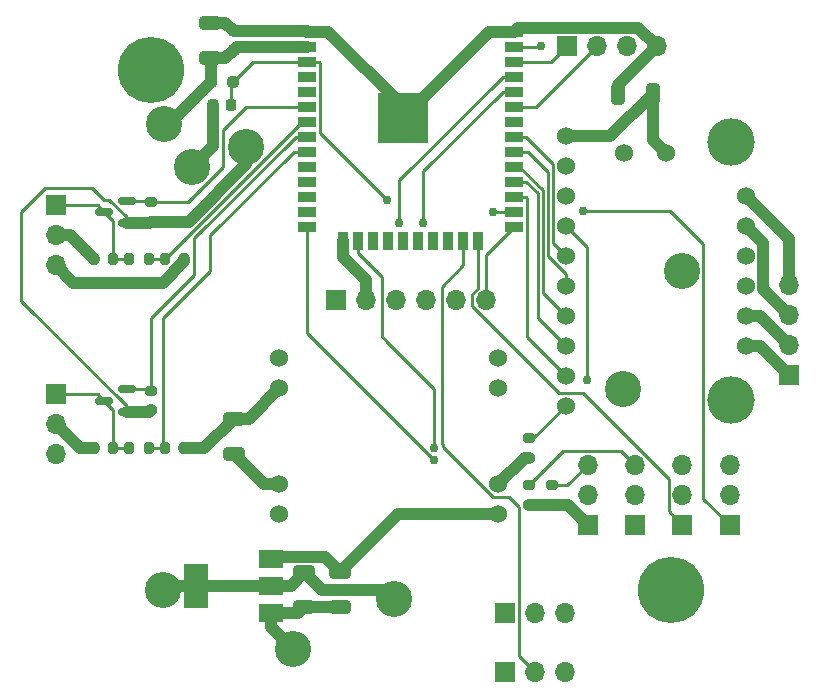
<source format=gtl>
G04 #@! TF.GenerationSoftware,KiCad,Pcbnew,6.0.9-8da3e8f707~117~ubuntu22.04.1*
G04 #@! TF.CreationDate,2022-12-16T18:05:51+00:00*
G04 #@! TF.ProjectId,gauge_servo,67617567-655f-4736-9572-766f2e6b6963,rev?*
G04 #@! TF.SameCoordinates,Original*
G04 #@! TF.FileFunction,Copper,L1,Top*
G04 #@! TF.FilePolarity,Positive*
%FSLAX46Y46*%
G04 Gerber Fmt 4.6, Leading zero omitted, Abs format (unit mm)*
G04 Created by KiCad (PCBNEW 6.0.9-8da3e8f707~117~ubuntu22.04.1) date 2022-12-16 18:05:51*
%MOMM*%
%LPD*%
G01*
G04 APERTURE LIST*
G04 Aperture macros list*
%AMRoundRect*
0 Rectangle with rounded corners*
0 $1 Rounding radius*
0 $2 $3 $4 $5 $6 $7 $8 $9 X,Y pos of 4 corners*
0 Add a 4 corners polygon primitive as box body*
4,1,4,$2,$3,$4,$5,$6,$7,$8,$9,$2,$3,0*
0 Add four circle primitives for the rounded corners*
1,1,$1+$1,$2,$3*
1,1,$1+$1,$4,$5*
1,1,$1+$1,$6,$7*
1,1,$1+$1,$8,$9*
0 Add four rect primitives between the rounded corners*
20,1,$1+$1,$2,$3,$4,$5,0*
20,1,$1+$1,$4,$5,$6,$7,0*
20,1,$1+$1,$6,$7,$8,$9,0*
20,1,$1+$1,$8,$9,$2,$3,0*%
G04 Aperture macros list end*
G04 #@! TA.AperFunction,SMDPad,CuDef*
%ADD10RoundRect,0.150000X0.587500X0.150000X-0.587500X0.150000X-0.587500X-0.150000X0.587500X-0.150000X0*%
G04 #@! TD*
G04 #@! TA.AperFunction,ComponentPad*
%ADD11R,1.700000X1.700000*%
G04 #@! TD*
G04 #@! TA.AperFunction,ComponentPad*
%ADD12O,1.700000X1.700000*%
G04 #@! TD*
G04 #@! TA.AperFunction,SMDPad,CuDef*
%ADD13R,2.000000X1.500000*%
G04 #@! TD*
G04 #@! TA.AperFunction,SMDPad,CuDef*
%ADD14R,2.000000X3.800000*%
G04 #@! TD*
G04 #@! TA.AperFunction,SMDPad,CuDef*
%ADD15RoundRect,0.250000X-0.650000X0.325000X-0.650000X-0.325000X0.650000X-0.325000X0.650000X0.325000X0*%
G04 #@! TD*
G04 #@! TA.AperFunction,ComponentPad*
%ADD16C,1.524000*%
G04 #@! TD*
G04 #@! TA.AperFunction,SMDPad,CuDef*
%ADD17RoundRect,0.200000X0.275000X-0.200000X0.275000X0.200000X-0.275000X0.200000X-0.275000X-0.200000X0*%
G04 #@! TD*
G04 #@! TA.AperFunction,SMDPad,CuDef*
%ADD18RoundRect,0.237500X0.250000X0.237500X-0.250000X0.237500X-0.250000X-0.237500X0.250000X-0.237500X0*%
G04 #@! TD*
G04 #@! TA.AperFunction,ComponentPad*
%ADD19C,5.600000*%
G04 #@! TD*
G04 #@! TA.AperFunction,SMDPad,CuDef*
%ADD20RoundRect,0.250000X0.650000X-0.325000X0.650000X0.325000X-0.650000X0.325000X-0.650000X-0.325000X0*%
G04 #@! TD*
G04 #@! TA.AperFunction,SMDPad,CuDef*
%ADD21RoundRect,0.200000X-0.200000X-0.275000X0.200000X-0.275000X0.200000X0.275000X-0.200000X0.275000X0*%
G04 #@! TD*
G04 #@! TA.AperFunction,SMDPad,CuDef*
%ADD22R,1.500000X0.900000*%
G04 #@! TD*
G04 #@! TA.AperFunction,SMDPad,CuDef*
%ADD23R,0.900000X1.500000*%
G04 #@! TD*
G04 #@! TA.AperFunction,ComponentPad*
%ADD24C,0.475000*%
G04 #@! TD*
G04 #@! TA.AperFunction,SMDPad,CuDef*
%ADD25R,1.050000X1.050000*%
G04 #@! TD*
G04 #@! TA.AperFunction,SMDPad,CuDef*
%ADD26R,4.200000X4.200000*%
G04 #@! TD*
G04 #@! TA.AperFunction,SMDPad,CuDef*
%ADD27RoundRect,0.250000X0.325000X0.650000X-0.325000X0.650000X-0.325000X-0.650000X0.325000X-0.650000X0*%
G04 #@! TD*
G04 #@! TA.AperFunction,SMDPad,CuDef*
%ADD28RoundRect,0.225000X0.250000X-0.225000X0.250000X0.225000X-0.250000X0.225000X-0.250000X-0.225000X0*%
G04 #@! TD*
G04 #@! TA.AperFunction,ComponentPad*
%ADD29C,4.000000*%
G04 #@! TD*
G04 #@! TA.AperFunction,SMDPad,CuDef*
%ADD30RoundRect,0.225000X0.225000X0.250000X-0.225000X0.250000X-0.225000X-0.250000X0.225000X-0.250000X0*%
G04 #@! TD*
G04 #@! TA.AperFunction,ViaPad*
%ADD31C,3.048000*%
G04 #@! TD*
G04 #@! TA.AperFunction,ViaPad*
%ADD32C,0.762000*%
G04 #@! TD*
G04 #@! TA.AperFunction,Conductor*
%ADD33C,1.016000*%
G04 #@! TD*
G04 #@! TA.AperFunction,Conductor*
%ADD34C,0.254000*%
G04 #@! TD*
G04 #@! TA.AperFunction,Conductor*
%ADD35C,0.231140*%
G04 #@! TD*
G04 APERTURE END LIST*
D10*
G04 #@! TO.P,Q1,1,G*
G04 #@! TO.N,+3V3*
X125937500Y-90965000D03*
G04 #@! TO.P,Q1,2,S*
G04 #@! TO.N,LOGIC_IN_1*
X125937500Y-89065000D03*
G04 #@! TO.P,Q1,3,D*
G04 #@! TO.N,Net-(J6-Pad1)*
X124062500Y-90015000D03*
G04 #@! TD*
D11*
G04 #@! TO.P,J3,1,Pin_1*
G04 #@! TO.N,SERVO_2*
X177000000Y-116525000D03*
D12*
G04 #@! TO.P,J3,2,Pin_2*
G04 #@! TO.N,+5V*
X177000000Y-113985000D03*
G04 #@! TO.P,J3,3,Pin_3*
G04 #@! TO.N,GND*
X177000000Y-111445000D03*
G04 #@! TD*
D13*
G04 #@! TO.P,U2,1,GND*
G04 #@! TO.N,GND*
X138150000Y-124000000D03*
D14*
G04 #@! TO.P,U2,2,VO*
G04 #@! TO.N,+3V3*
X131850000Y-121700000D03*
D13*
X138150000Y-121700000D03*
G04 #@! TO.P,U2,3,VI*
G04 #@! TO.N,+5V*
X138150000Y-119400000D03*
G04 #@! TD*
D15*
G04 #@! TO.P,C2,1*
G04 #@! TO.N,+5V*
X144000000Y-120525000D03*
G04 #@! TO.P,C2,2*
G04 #@! TO.N,GND*
X144000000Y-123475000D03*
G04 #@! TD*
D11*
G04 #@! TO.P,J7,1,Pin_1*
G04 #@! TO.N,GND*
X158000000Y-129000000D03*
D12*
G04 #@! TO.P,J7,2,Pin_2*
G04 #@! TO.N,NPX2*
X160540000Y-129000000D03*
G04 #@! TO.P,J7,3,Pin_3*
G04 #@! TO.N,+5V*
X163080000Y-129000000D03*
G04 #@! TD*
D11*
G04 #@! TO.P,J4,1,Pin_1*
G04 #@! TO.N,SCL*
X163200000Y-76000000D03*
D12*
G04 #@! TO.P,J4,2,Pin_2*
G04 #@! TO.N,SDA*
X165740000Y-76000000D03*
G04 #@! TO.P,J4,3,Pin_3*
G04 #@! TO.N,+3V3*
X168280000Y-76000000D03*
G04 #@! TO.P,J4,4,Pin_4*
G04 #@! TO.N,GND*
X170820000Y-76000000D03*
G04 #@! TD*
D15*
G04 #@! TO.P,C3,1*
G04 #@! TO.N,+3V3*
X141000000Y-120525000D03*
G04 #@! TO.P,C3,2*
G04 #@! TO.N,GND*
X141000000Y-123475000D03*
G04 #@! TD*
D16*
G04 #@! TO.P,U1,1,IN+*
G04 #@! TO.N,+12V*
X138856000Y-115604000D03*
X138856000Y-113064000D03*
G04 #@! TO.P,U1,2,IN-*
G04 #@! TO.N,GND*
X138856000Y-104936000D03*
X138856000Y-102396000D03*
G04 #@! TO.P,U1,3,OUT+*
G04 #@! TO.N,+5V*
X157398000Y-115604000D03*
X157398000Y-113064000D03*
G04 #@! TO.P,U1,4,OUT-*
G04 #@! TO.N,GND*
X157398000Y-104936000D03*
X157398000Y-102396000D03*
G04 #@! TD*
D17*
G04 #@! TO.P,R3,1*
G04 #@! TO.N,+3V3*
X128000000Y-90840000D03*
G04 #@! TO.P,R3,2*
G04 #@! TO.N,LOGIC_IN_1*
X128000000Y-89190000D03*
G04 #@! TD*
G04 #@! TO.P,R12,1*
G04 #@! TO.N,+5V*
X160000000Y-114825000D03*
G04 #@! TO.P,R12,2*
G04 #@! TO.N,LIMIT_2*
X160000000Y-113175000D03*
G04 #@! TD*
D11*
G04 #@! TO.P,J8,1,Pin_1*
G04 #@! TO.N,Net-(J8-Pad1)*
X120000000Y-105475000D03*
D12*
G04 #@! TO.P,J8,2,Pin_2*
G04 #@! TO.N,+12V*
X120000000Y-108015000D03*
G04 #@! TO.P,J8,3,Pin_3*
G04 #@! TO.N,GND*
X120000000Y-110555000D03*
G04 #@! TD*
D11*
G04 #@! TO.P,J12,1,Pin_1*
G04 #@! TO.N,GND*
X158000000Y-124000000D03*
D12*
G04 #@! TO.P,J12,2,Pin_2*
G04 #@! TO.N,Net-(D2-Pad2)*
X160540000Y-124000000D03*
G04 #@! TO.P,J12,3,Pin_3*
G04 #@! TO.N,+5V*
X163080000Y-124000000D03*
G04 #@! TD*
D18*
G04 #@! TO.P,R10,1*
G04 #@! TO.N,RESET*
X134912500Y-79000000D03*
G04 #@! TO.P,R10,2*
G04 #@! TO.N,+3V3*
X133087500Y-79000000D03*
G04 #@! TD*
D19*
G04 #@! TO.P,REF\u002A\u002A,1*
G04 #@! TO.N,N/C*
X172000000Y-122000000D03*
G04 #@! TD*
D11*
G04 #@! TO.P,J1,1,Pin_1*
G04 #@! TO.N,SERVO_1*
X173000000Y-116525000D03*
D12*
G04 #@! TO.P,J1,2,Pin_2*
G04 #@! TO.N,+5V*
X173000000Y-113985000D03*
G04 #@! TO.P,J1,3,Pin_3*
G04 #@! TO.N,GND*
X173000000Y-111445000D03*
G04 #@! TD*
D11*
G04 #@! TO.P,J9,1,Pin_1*
G04 #@! TO.N,+3V3*
X143650000Y-97500000D03*
D12*
G04 #@! TO.P,J9,2,Pin_2*
G04 #@! TO.N,GND*
X146190000Y-97500000D03*
G04 #@! TO.P,J9,3,Pin_3*
G04 #@! TO.N,TXDO_PROG*
X148730000Y-97500000D03*
G04 #@! TO.P,J9,4,Pin_4*
G04 #@! TO.N,RXDI_PROG*
X151270000Y-97500000D03*
G04 #@! TO.P,J9,5,Pin_5*
G04 #@! TO.N,RESET*
X153810000Y-97500000D03*
G04 #@! TO.P,J9,6,Pin_6*
G04 #@! TO.N,BOOT*
X156350000Y-97500000D03*
G04 #@! TD*
D17*
G04 #@! TO.P,R11,1*
G04 #@! TO.N,+5V*
X162000000Y-114825000D03*
G04 #@! TO.P,R11,2*
G04 #@! TO.N,LIMIT_1*
X162000000Y-113175000D03*
G04 #@! TD*
D19*
G04 #@! TO.P,REF\u002A\u002A,1*
G04 #@! TO.N,N/C*
X128000000Y-78000000D03*
G04 #@! TD*
D11*
G04 #@! TO.P,J5,1,Pin_1*
G04 #@! TO.N,Net-(J5-Pad1)*
X182000000Y-103800000D03*
D12*
G04 #@! TO.P,J5,2,Pin_2*
G04 #@! TO.N,Net-(J5-Pad2)*
X182000000Y-101260000D03*
G04 #@! TO.P,J5,3,Pin_3*
G04 #@! TO.N,Net-(J5-Pad3)*
X182000000Y-98720000D03*
G04 #@! TO.P,J5,4,Pin_4*
G04 #@! TO.N,Net-(J5-Pad4)*
X182000000Y-96180000D03*
G04 #@! TD*
D20*
G04 #@! TO.P,C5,1*
G04 #@! TO.N,+3V3*
X133000000Y-76975000D03*
G04 #@! TO.P,C5,2*
G04 #@! TO.N,GND*
X133000000Y-74025000D03*
G04 #@! TD*
D21*
G04 #@! TO.P,R6,1*
G04 #@! TO.N,+12V*
X123175000Y-110000000D03*
G04 #@! TO.P,R6,2*
G04 #@! TO.N,Net-(J8-Pad1)*
X124825000Y-110000000D03*
G04 #@! TD*
D11*
G04 #@! TO.P,J11,1,Pin_1*
G04 #@! TO.N,+5V*
X169000000Y-116525000D03*
D12*
G04 #@! TO.P,J11,2,Pin_2*
G04 #@! TO.N,GND*
X169000000Y-113985000D03*
G04 #@! TO.P,J11,3,Pin_3*
G04 #@! TO.N,LIMIT_2*
X169000000Y-111445000D03*
G04 #@! TD*
D11*
G04 #@! TO.P,J6,1,Pin_1*
G04 #@! TO.N,Net-(J6-Pad1)*
X120000000Y-89475000D03*
D12*
G04 #@! TO.P,J6,2,Pin_2*
G04 #@! TO.N,+12V*
X120000000Y-92015000D03*
G04 #@! TO.P,J6,3,Pin_3*
G04 #@! TO.N,GND*
X120000000Y-94555000D03*
G04 #@! TD*
D17*
G04 #@! TO.P,R7,1*
G04 #@! TO.N,+3V3*
X128000000Y-106825000D03*
G04 #@! TO.P,R7,2*
G04 #@! TO.N,LOGIC_IN_2*
X128000000Y-105175000D03*
G04 #@! TD*
D21*
G04 #@! TO.P,R4,1*
G04 #@! TO.N,Net-(J6-Pad1)*
X126175000Y-94015000D03*
G04 #@! TO.P,R4,2*
G04 #@! TO.N,ANALOG_IN_1*
X127825000Y-94015000D03*
G04 #@! TD*
D22*
G04 #@! TO.P,U4,1,GND*
G04 #@! TO.N,GND*
X141250000Y-74750000D03*
G04 #@! TO.P,U4,2,VDD*
G04 #@! TO.N,+3V3*
X141250000Y-76020000D03*
G04 #@! TO.P,U4,3,EN*
G04 #@! TO.N,RESET*
X141250000Y-77290000D03*
G04 #@! TO.P,U4,4,SENSOR_VP*
G04 #@! TO.N,unconnected-(U4-Pad4)*
X141250000Y-78560000D03*
G04 #@! TO.P,U4,5,SENSOR_VN*
G04 #@! TO.N,unconnected-(U4-Pad5)*
X141250000Y-79830000D03*
G04 #@! TO.P,U4,6,IO34*
G04 #@! TO.N,LOGIC_IN_1*
X141250000Y-81100000D03*
G04 #@! TO.P,U4,7,IO35*
G04 #@! TO.N,ANALOG_IN_1*
X141250000Y-82370000D03*
G04 #@! TO.P,U4,8,IO32*
G04 #@! TO.N,LOGIC_IN_2*
X141250000Y-83640000D03*
G04 #@! TO.P,U4,9,IO33*
G04 #@! TO.N,ANALOG_IN_2*
X141250000Y-84910000D03*
G04 #@! TO.P,U4,10,IO25*
G04 #@! TO.N,unconnected-(U4-Pad10)*
X141250000Y-86180000D03*
G04 #@! TO.P,U4,11,IO26*
G04 #@! TO.N,unconnected-(U4-Pad11)*
X141250000Y-87450000D03*
G04 #@! TO.P,U4,12,IO27*
G04 #@! TO.N,unconnected-(U4-Pad12)*
X141250000Y-88720000D03*
G04 #@! TO.P,U4,13,IO14*
G04 #@! TO.N,unconnected-(U4-Pad13)*
X141250000Y-89990000D03*
G04 #@! TO.P,U4,14,IO12*
G04 #@! TO.N,LIMIT_1*
X141250000Y-91260000D03*
D23*
G04 #@! TO.P,U4,15,GND*
G04 #@! TO.N,GND*
X144290000Y-92510000D03*
G04 #@! TO.P,U4,16,IO13*
G04 #@! TO.N,LIMIT_2*
X145560000Y-92510000D03*
G04 #@! TO.P,U4,17,SHD/SD2*
G04 #@! TO.N,unconnected-(U4-Pad17)*
X146830000Y-92510000D03*
G04 #@! TO.P,U4,18,SWP/SD3*
G04 #@! TO.N,unconnected-(U4-Pad18)*
X148100000Y-92510000D03*
G04 #@! TO.P,U4,19,SCS/CMD*
G04 #@! TO.N,unconnected-(U4-Pad19)*
X149370000Y-92510000D03*
G04 #@! TO.P,U4,20,SCK/CLK*
G04 #@! TO.N,unconnected-(U4-Pad20)*
X150640000Y-92510000D03*
G04 #@! TO.P,U4,21,SDO/SD0*
G04 #@! TO.N,unconnected-(U4-Pad21)*
X151910000Y-92510000D03*
G04 #@! TO.P,U4,22,SDI/SD1*
G04 #@! TO.N,unconnected-(U4-Pad22)*
X153180000Y-92510000D03*
G04 #@! TO.P,U4,23,IO15*
G04 #@! TO.N,NPX2*
X154450000Y-92510000D03*
G04 #@! TO.P,U4,24,IO2*
G04 #@! TO.N,SERVO_1*
X155720000Y-92510000D03*
D22*
G04 #@! TO.P,U4,25,IO0*
G04 #@! TO.N,BOOT*
X158750000Y-91260000D03*
G04 #@! TO.P,U4,26,IO4*
G04 #@! TO.N,SERVO_2*
X158750000Y-89990000D03*
G04 #@! TO.P,U4,27,IO16*
G04 #@! TO.N,A_IN_2*
X158750000Y-88720000D03*
G04 #@! TO.P,U4,28,IO17*
G04 #@! TO.N,A_IN_1*
X158750000Y-87450000D03*
G04 #@! TO.P,U4,29,IO5*
G04 #@! TO.N,STANDBY*
X158750000Y-86180000D03*
G04 #@! TO.P,U4,30,IO18*
G04 #@! TO.N,B_IN_1*
X158750000Y-84910000D03*
G04 #@! TO.P,U4,31,IO19*
G04 #@! TO.N,B_IN_2*
X158750000Y-83640000D03*
G04 #@! TO.P,U4,32,NC*
G04 #@! TO.N,unconnected-(U4-Pad32)*
X158750000Y-82370000D03*
G04 #@! TO.P,U4,33,IO21*
G04 #@! TO.N,SDA*
X158750000Y-81100000D03*
G04 #@! TO.P,U4,34,RXD0/IO3*
G04 #@! TO.N,RXDI_PROG*
X158750000Y-79830000D03*
G04 #@! TO.P,U4,35,TXD0/IO1*
G04 #@! TO.N,TXDO_PROG*
X158750000Y-78560000D03*
G04 #@! TO.P,U4,36,IO22*
G04 #@! TO.N,SCL*
X158750000Y-77290000D03*
G04 #@! TO.P,U4,37,IO23*
G04 #@! TO.N,NPX1*
X158750000Y-76020000D03*
G04 #@! TO.P,U4,38,GND*
G04 #@! TO.N,GND*
X158750000Y-74750000D03*
D24*
G04 #@! TO.P,U4,39,GND*
X150082500Y-82090000D03*
D25*
X147795000Y-82090000D03*
X149320000Y-82090000D03*
D24*
X148557500Y-80565000D03*
X150082500Y-83615000D03*
D25*
X150845000Y-83615000D03*
D24*
X148557500Y-83615000D03*
D25*
X147795000Y-83615000D03*
D26*
X149320000Y-82090000D03*
D24*
X147795000Y-82852500D03*
X150845000Y-82852500D03*
D25*
X150845000Y-82090000D03*
D24*
X147795000Y-81327500D03*
X150082500Y-80565000D03*
D25*
X149320000Y-80565000D03*
D24*
X148557500Y-82090000D03*
X150845000Y-81327500D03*
X149320000Y-82852500D03*
D25*
X150845000Y-80565000D03*
X149320000Y-83615000D03*
X147795000Y-80565000D03*
D24*
X149320000Y-81327500D03*
G04 #@! TD*
D21*
G04 #@! TO.P,R5,1*
G04 #@! TO.N,ANALOG_IN_1*
X129175000Y-94015000D03*
G04 #@! TO.P,R5,2*
G04 #@! TO.N,GND*
X130825000Y-94015000D03*
G04 #@! TD*
D27*
G04 #@! TO.P,C4,1*
G04 #@! TO.N,+5V*
X170475000Y-80000000D03*
G04 #@! TO.P,C4,2*
G04 #@! TO.N,GND*
X167525000Y-80000000D03*
G04 #@! TD*
D28*
G04 #@! TO.P,C6,1*
G04 #@! TO.N,+3V3*
X135000000Y-76275000D03*
G04 #@! TO.P,C6,2*
G04 #@! TO.N,GND*
X135000000Y-74725000D03*
G04 #@! TD*
D17*
G04 #@! TO.P,R1,1*
G04 #@! TO.N,+5V*
X160000000Y-110825000D03*
G04 #@! TO.P,R1,2*
G04 #@! TO.N,Net-(R1-Pad2)*
X160000000Y-109175000D03*
G04 #@! TD*
D21*
G04 #@! TO.P,R8,1*
G04 #@! TO.N,Net-(J8-Pad1)*
X126175000Y-110000000D03*
G04 #@! TO.P,R8,2*
G04 #@! TO.N,ANALOG_IN_2*
X127825000Y-110000000D03*
G04 #@! TD*
G04 #@! TO.P,R2,1*
G04 #@! TO.N,+12V*
X123175000Y-94015000D03*
G04 #@! TO.P,R2,2*
G04 #@! TO.N,Net-(J6-Pad1)*
X124825000Y-94015000D03*
G04 #@! TD*
D29*
G04 #@! TO.P,U3,*
G04 #@! TO.N,*
X177080000Y-105922000D03*
X177080000Y-84078000D03*
D16*
G04 #@! TO.P,U3,1,VMOTOR+*
G04 #@! TO.N,+5V*
X163110000Y-83570000D03*
G04 #@! TO.P,U3,2,VCC*
G04 #@! TO.N,+3V3*
X163110000Y-86110000D03*
G04 #@! TO.P,U3,3,GND*
G04 #@! TO.N,GND*
X163110000Y-88650000D03*
G04 #@! TO.P,U3,4,PWM_B*
G04 #@! TO.N,Net-(R1-Pad2)*
X163110000Y-91190000D03*
G04 #@! TO.P,U3,5,B_IN_2*
G04 #@! TO.N,B_IN_2*
X163110000Y-93730000D03*
G04 #@! TO.P,U3,6,B_IN_1*
G04 #@! TO.N,B_IN_1*
X163110000Y-96270000D03*
G04 #@! TO.P,U3,7,STANDBY*
G04 #@! TO.N,STANDBY*
X163110000Y-98810000D03*
G04 #@! TO.P,U3,8,A_IN_1*
G04 #@! TO.N,A_IN_1*
X163110000Y-101350000D03*
G04 #@! TO.P,U3,9,A_IN_2*
G04 #@! TO.N,A_IN_2*
X163110000Y-103890000D03*
G04 #@! TO.P,U3,10,PWM_A*
G04 #@! TO.N,Net-(R1-Pad2)*
X163110000Y-106430000D03*
G04 #@! TO.P,U3,11,MOTOR_A1*
G04 #@! TO.N,Net-(J5-Pad1)*
X178350000Y-101350000D03*
G04 #@! TO.P,U3,12,MOTOR_A2*
G04 #@! TO.N,Net-(J5-Pad2)*
X178350000Y-98810000D03*
G04 #@! TO.P,U3,13,GND*
G04 #@! TO.N,GND*
X178350000Y-96270000D03*
G04 #@! TO.P,U3,14,GND*
X178350000Y-93730000D03*
G04 #@! TO.P,U3,15,MOTOR_B2*
G04 #@! TO.N,Net-(J5-Pad3)*
X178350000Y-91190000D03*
G04 #@! TO.P,U3,16,MOTOR_B1*
G04 #@! TO.N,Net-(J5-Pad4)*
X178350000Y-88650000D03*
G04 #@! TO.P,U3,17,VMOTOR+*
G04 #@! TO.N,+5V*
X171570000Y-85000000D03*
G04 #@! TO.P,U3,18,VMOTOR-*
G04 #@! TO.N,GND*
X168070000Y-85000000D03*
G04 #@! TD*
D10*
G04 #@! TO.P,Q2,1,G*
G04 #@! TO.N,+3V3*
X125937500Y-106950000D03*
G04 #@! TO.P,Q2,2,S*
G04 #@! TO.N,LOGIC_IN_2*
X125937500Y-105050000D03*
G04 #@! TO.P,Q2,3,D*
G04 #@! TO.N,Net-(J8-Pad1)*
X124062500Y-106000000D03*
G04 #@! TD*
D30*
G04 #@! TO.P,C7,1*
G04 #@! TO.N,RESET*
X134775000Y-81000000D03*
G04 #@! TO.P,C7,2*
G04 #@! TO.N,GND*
X133225000Y-81000000D03*
G04 #@! TD*
D20*
G04 #@! TO.P,C1,1*
G04 #@! TO.N,+12V*
X135000000Y-110475000D03*
G04 #@! TO.P,C1,2*
G04 #@! TO.N,GND*
X135000000Y-107525000D03*
G04 #@! TD*
D21*
G04 #@! TO.P,R9,1*
G04 #@! TO.N,ANALOG_IN_2*
X129175000Y-110000000D03*
G04 #@! TO.P,R9,2*
G04 #@! TO.N,GND*
X130825000Y-110000000D03*
G04 #@! TD*
D11*
G04 #@! TO.P,J10,1,Pin_1*
G04 #@! TO.N,+5V*
X165000000Y-116525000D03*
D12*
G04 #@! TO.P,J10,2,Pin_2*
G04 #@! TO.N,GND*
X165000000Y-113985000D03*
G04 #@! TO.P,J10,3,Pin_3*
G04 #@! TO.N,LIMIT_1*
X165000000Y-111445000D03*
G04 #@! TD*
D31*
G04 #@! TO.N,GND*
X131510000Y-86180000D03*
X140000000Y-127000000D03*
X168000000Y-105000000D03*
G04 #@! TO.N,+5V*
X172925360Y-95000000D03*
G04 #@! TO.N,+3V3*
X129000000Y-122000000D03*
X129078567Y-82586036D03*
X136043244Y-84545917D03*
X148577909Y-122756500D03*
D32*
G04 #@! TO.N,RESET*
X148000000Y-89000000D03*
G04 #@! TO.N,NPX1*
X161000000Y-76000000D03*
G04 #@! TO.N,SERVO_2*
X164620000Y-89960000D03*
X156960000Y-90020000D03*
G04 #@! TO.N,TXDO_PROG*
X149000000Y-91000000D03*
G04 #@! TO.N,RXDI_PROG*
X151000000Y-91000000D03*
G04 #@! TO.N,LIMIT_1*
X152000000Y-111000000D03*
G04 #@! TO.N,LIMIT_2*
X152000000Y-110000000D03*
G04 #@! TO.N,Net-(R1-Pad2)*
X164950000Y-104230000D03*
G04 #@! TD*
D33*
G04 #@! TO.N,+12V*
X137589000Y-113064000D02*
X135000000Y-110475000D01*
X121175000Y-92015000D02*
X123175000Y-94015000D01*
X138856000Y-113064000D02*
X137589000Y-113064000D01*
X121985000Y-110000000D02*
X123175000Y-110000000D01*
X120000000Y-108015000D02*
X121985000Y-110000000D01*
X120000000Y-92015000D02*
X121175000Y-92015000D01*
G04 #@! TO.N,GND*
X138150000Y-125150000D02*
X140000000Y-127000000D01*
X143016000Y-74750000D02*
X149320000Y-81054000D01*
X141000000Y-123475000D02*
X144000000Y-123475000D01*
X140475000Y-124000000D02*
X141000000Y-123475000D01*
X156660000Y-74750000D02*
X149320000Y-82090000D01*
X132525000Y-110000000D02*
X135000000Y-107525000D01*
X158750000Y-74750000D02*
X159058000Y-74442000D01*
X134300000Y-74025000D02*
X135000000Y-74725000D01*
X135000000Y-74725000D02*
X141225000Y-74725000D01*
X120000000Y-94555000D02*
X121445000Y-96000000D01*
X144290000Y-92510000D02*
X144290000Y-93856000D01*
X141250000Y-74750000D02*
X143016000Y-74750000D01*
X144290000Y-93856000D02*
X146190000Y-95756000D01*
X129000000Y-96000000D02*
X130825000Y-94175000D01*
X130825000Y-94175000D02*
X130825000Y-94015000D01*
X149320000Y-81054000D02*
X149320000Y-82090000D01*
X133225000Y-84465000D02*
X131510000Y-86180000D01*
X133225000Y-81000000D02*
X133225000Y-84465000D01*
X135000000Y-107525000D02*
X136267000Y-107525000D01*
X169262000Y-74442000D02*
X170820000Y-76000000D01*
X167525000Y-80000000D02*
X167525000Y-79295000D01*
X121445000Y-96000000D02*
X129000000Y-96000000D01*
X158750000Y-74750000D02*
X156660000Y-74750000D01*
X146190000Y-95756000D02*
X146190000Y-97500000D01*
X159058000Y-74442000D02*
X169262000Y-74442000D01*
X138150000Y-124000000D02*
X140475000Y-124000000D01*
X138150000Y-124000000D02*
X138150000Y-125150000D01*
X141225000Y-74725000D02*
X141250000Y-74750000D01*
X136267000Y-107525000D02*
X138856000Y-104936000D01*
X167525000Y-79295000D02*
X170820000Y-76000000D01*
X130825000Y-110000000D02*
X132525000Y-110000000D01*
X133000000Y-74025000D02*
X134300000Y-74025000D01*
G04 #@! TO.N,+5V*
X166905000Y-83570000D02*
X170475000Y-80000000D01*
X148921000Y-115604000D02*
X157398000Y-115604000D01*
X144000000Y-120525000D02*
X148921000Y-115604000D01*
X163300000Y-114825000D02*
X165000000Y-116525000D01*
X138150000Y-119400000D02*
X138308000Y-119242000D01*
X163110000Y-83570000D02*
X166905000Y-83570000D01*
X162000000Y-114825000D02*
X160000000Y-114825000D01*
X159637000Y-110825000D02*
X157398000Y-113064000D01*
X160000000Y-110825000D02*
X159637000Y-110825000D01*
X142717000Y-119242000D02*
X144000000Y-120525000D01*
X170475000Y-83905000D02*
X171570000Y-85000000D01*
X162000000Y-114825000D02*
X163300000Y-114825000D01*
X170475000Y-80000000D02*
X170475000Y-83905000D01*
X138308000Y-119242000D02*
X142717000Y-119242000D01*
D34*
G04 #@! TO.N,+3V3*
X124459580Y-89000000D02*
X125937500Y-90477920D01*
D33*
X129300000Y-121700000D02*
X129000000Y-122000000D01*
D34*
X125937500Y-106950000D02*
X125937500Y-106462920D01*
D33*
X125937500Y-90965000D02*
X127875000Y-90965000D01*
D34*
X125937500Y-90477920D02*
X125937500Y-90965000D01*
D33*
X129501464Y-82586036D02*
X129078567Y-82586036D01*
X131850000Y-121700000D02*
X129300000Y-121700000D01*
X131186002Y-90840000D02*
X136043244Y-85982758D01*
D34*
X117000000Y-97525420D02*
X117000000Y-90000000D01*
D33*
X138150000Y-121700000D02*
X131850000Y-121700000D01*
X125937500Y-106950000D02*
X127875000Y-106950000D01*
X128000000Y-90840000D02*
X131186002Y-90840000D01*
X127875000Y-106950000D02*
X128000000Y-106825000D01*
D34*
X117000000Y-90000000D02*
X119000000Y-88000000D01*
D33*
X133087500Y-79000000D02*
X129501464Y-82586036D01*
X139825000Y-121700000D02*
X138150000Y-121700000D01*
D34*
X125937500Y-106462920D02*
X117000000Y-97525420D01*
D33*
X147821409Y-122000000D02*
X148577909Y-122756500D01*
X133000000Y-76975000D02*
X134300000Y-76975000D01*
X135000000Y-76275000D02*
X135255000Y-76020000D01*
X141000000Y-120525000D02*
X142475000Y-122000000D01*
X127875000Y-90965000D02*
X128000000Y-90840000D01*
X142475000Y-122000000D02*
X147821409Y-122000000D01*
X133087500Y-79000000D02*
X133087500Y-77062500D01*
X135255000Y-76020000D02*
X141250000Y-76020000D01*
X133087500Y-77062500D02*
X133000000Y-76975000D01*
D34*
X123000000Y-88000000D02*
X124000000Y-89000000D01*
X119000000Y-88000000D02*
X123000000Y-88000000D01*
D33*
X141000000Y-120525000D02*
X139825000Y-121700000D01*
X136043244Y-85982758D02*
X136043244Y-84545917D01*
X134300000Y-76975000D02*
X135000000Y-76275000D01*
D34*
X124000000Y-89000000D02*
X124459580Y-89000000D01*
D35*
G04 #@! TO.N,RESET*
X134775000Y-81000000D02*
X134775000Y-79137500D01*
X134912500Y-79000000D02*
X136622500Y-77290000D01*
X136622500Y-77290000D02*
X141250000Y-77290000D01*
X148000000Y-89000000D02*
X142315570Y-83315570D01*
X142231140Y-77290000D02*
X141250000Y-77290000D01*
X142315570Y-77374430D02*
X142231140Y-77290000D01*
X142315570Y-83315570D02*
X142315570Y-77374430D01*
X134775000Y-79137500D02*
X134912500Y-79000000D01*
G04 #@! TO.N,NPX1*
X158750000Y-76020000D02*
X160980000Y-76020000D01*
X160980000Y-76020000D02*
X161000000Y-76000000D01*
G04 #@! TO.N,SERVO_1*
X155720000Y-92510000D02*
X155720000Y-96481635D01*
X162554065Y-105352430D02*
X164555795Y-105352430D01*
X171834430Y-112631065D02*
X171834430Y-115359430D01*
X155184430Y-97017205D02*
X155184430Y-97982795D01*
X164555795Y-105352430D02*
X171834430Y-112631065D01*
X171834430Y-115359430D02*
X173000000Y-116525000D01*
X155184430Y-97982795D02*
X162554065Y-105352430D01*
X155720000Y-96481635D02*
X155184430Y-97017205D01*
G04 #@! TO.N,SERVO_2*
X156990000Y-89990000D02*
X156960000Y-90020000D01*
X174764430Y-92774430D02*
X174764430Y-114289430D01*
X164620000Y-89960000D02*
X171950000Y-89960000D01*
X174764430Y-114289430D02*
X177000000Y-116525000D01*
X158750000Y-89990000D02*
X156990000Y-89990000D01*
X171950000Y-89960000D02*
X174764430Y-92774430D01*
G04 #@! TO.N,SCL*
X163200000Y-76000000D02*
X161910000Y-77290000D01*
X161910000Y-77290000D02*
X158750000Y-77290000D01*
G04 #@! TO.N,SDA*
X160640000Y-81100000D02*
X165740000Y-76000000D01*
X158750000Y-81100000D02*
X160640000Y-81100000D01*
G04 #@! TO.N,Net-(J6-Pad1)*
X124825000Y-94015000D02*
X126175000Y-94015000D01*
X124825000Y-90777500D02*
X124825000Y-94015000D01*
X123522500Y-89475000D02*
X124062500Y-90015000D01*
X124062500Y-90015000D02*
X124825000Y-90777500D01*
X120000000Y-89475000D02*
X123522500Y-89475000D01*
G04 #@! TO.N,Net-(J8-Pad1)*
X123537500Y-105475000D02*
X124062500Y-106000000D01*
X120000000Y-105475000D02*
X123537500Y-105475000D01*
X124825000Y-106762500D02*
X124062500Y-106000000D01*
X124825000Y-110000000D02*
X124825000Y-106762500D01*
X124825000Y-110000000D02*
X126175000Y-110000000D01*
G04 #@! TO.N,TXDO_PROG*
X149000000Y-87328860D02*
X149000000Y-91000000D01*
X157768860Y-78560000D02*
X149000000Y-87328860D01*
X158750000Y-78560000D02*
X157768860Y-78560000D01*
G04 #@! TO.N,RXDI_PROG*
X158750000Y-79830000D02*
X157768860Y-79830000D01*
X151000000Y-86598860D02*
X151000000Y-91000000D01*
X157768860Y-79830000D02*
X151000000Y-86598860D01*
G04 #@! TO.N,BOOT*
X156350000Y-97500000D02*
X156350000Y-93660000D01*
X156350000Y-93660000D02*
X158750000Y-91260000D01*
G04 #@! TO.N,LOGIC_IN_1*
X128000000Y-89190000D02*
X131100838Y-89190000D01*
X134069070Y-83120930D02*
X136090000Y-81100000D01*
X127875000Y-89065000D02*
X128000000Y-89190000D01*
X136090000Y-81100000D02*
X141250000Y-81100000D01*
X131100838Y-89190000D02*
X134069070Y-86221768D01*
X125937500Y-89065000D02*
X127875000Y-89065000D01*
X134069070Y-86221768D02*
X134069070Y-83120930D01*
G04 #@! TO.N,LOGIC_IN_2*
X131648570Y-92260290D02*
X140268860Y-83640000D01*
X128000000Y-99000000D02*
X131648570Y-95351430D01*
X140268860Y-83640000D02*
X141250000Y-83640000D01*
X128000000Y-105175000D02*
X128000000Y-99000000D01*
X131648570Y-95351430D02*
X131648570Y-92260290D01*
X125937500Y-105050000D02*
X127875000Y-105050000D01*
X127875000Y-105050000D02*
X128000000Y-105175000D01*
D33*
G04 #@! TO.N,Net-(J5-Pad1)*
X178350000Y-101350000D02*
X179550000Y-101350000D01*
X179550000Y-101350000D02*
X182000000Y-103800000D01*
D35*
G04 #@! TO.N,ANALOG_IN_1*
X140820000Y-82370000D02*
X141250000Y-82370000D01*
X127825000Y-94015000D02*
X129175000Y-94015000D01*
X129175000Y-94015000D02*
X140820000Y-82370000D01*
G04 #@! TO.N,ANALOG_IN_2*
X129000000Y-99000000D02*
X133000000Y-95000000D01*
X133000000Y-95000000D02*
X133000000Y-92000000D01*
X129175000Y-110000000D02*
X129000000Y-109825000D01*
X133000000Y-92000000D02*
X140090000Y-84910000D01*
X140090000Y-84910000D02*
X141250000Y-84910000D01*
X127825000Y-110000000D02*
X129175000Y-110000000D01*
X129000000Y-109825000D02*
X129000000Y-99000000D01*
G04 #@! TO.N,B_IN_2*
X162032430Y-85941290D02*
X162032430Y-92652430D01*
X162032430Y-92652430D02*
X163110000Y-93730000D01*
X158750000Y-83640000D02*
X159731140Y-83640000D01*
X159731140Y-83640000D02*
X162032430Y-85941290D01*
G04 #@! TO.N,B_IN_1*
X163110000Y-95253915D02*
X163110000Y-96270000D01*
X159910000Y-84910000D02*
X161601290Y-86601290D01*
X158750000Y-84910000D02*
X159910000Y-84910000D01*
X161601290Y-93745205D02*
X163110000Y-95253915D01*
X161601290Y-86601290D02*
X161601290Y-93745205D01*
G04 #@! TO.N,STANDBY*
X161170649Y-88170649D02*
X161170649Y-96870649D01*
X158750000Y-86180000D02*
X159180000Y-86180000D01*
X161170649Y-96870649D02*
X163110000Y-98810000D01*
X159180000Y-86180000D02*
X161170649Y-88170649D01*
G04 #@! TO.N,A_IN_1*
X158750000Y-87450000D02*
X159731140Y-87450000D01*
X160740000Y-88458860D02*
X160740000Y-98980000D01*
X160740000Y-98980000D02*
X163110000Y-101350000D01*
X159731140Y-87450000D02*
X160740000Y-88458860D01*
G04 #@! TO.N,A_IN_2*
X158750000Y-88720000D02*
X159731140Y-88720000D01*
X159815570Y-100595570D02*
X163110000Y-103890000D01*
X159731140Y-88720000D02*
X159815570Y-88804430D01*
X159815570Y-88804430D02*
X159815570Y-100595570D01*
G04 #@! TO.N,LIMIT_1*
X141250000Y-91260000D02*
X141250000Y-100250000D01*
X141250000Y-100250000D02*
X152000000Y-111000000D01*
X163270000Y-113175000D02*
X165000000Y-111445000D01*
X162000000Y-113175000D02*
X163270000Y-113175000D01*
G04 #@! TO.N,LIMIT_2*
X160000000Y-113175000D02*
X162895570Y-110279430D01*
X167834430Y-110279430D02*
X169000000Y-111445000D01*
X152000000Y-105000000D02*
X152000000Y-110000000D01*
X148000000Y-101000000D02*
X152000000Y-105000000D01*
X162895570Y-110279430D02*
X167834430Y-110279430D01*
X147564430Y-100564430D02*
X148000000Y-101000000D01*
X147564430Y-95495570D02*
X147564430Y-100564430D01*
X145560000Y-93491140D02*
X147564430Y-95495570D01*
X145560000Y-92510000D02*
X145560000Y-93491140D01*
D33*
G04 #@! TO.N,Net-(J5-Pad2)*
X179550000Y-98810000D02*
X182000000Y-101260000D01*
X178350000Y-98810000D02*
X179550000Y-98810000D01*
G04 #@! TO.N,Net-(J5-Pad3)*
X179820000Y-96540000D02*
X182000000Y-98720000D01*
X179820000Y-92660000D02*
X179820000Y-96540000D01*
X178350000Y-91190000D02*
X179820000Y-92660000D01*
G04 #@! TO.N,Net-(J5-Pad4)*
X182000000Y-92300000D02*
X182000000Y-96180000D01*
X178350000Y-88650000D02*
X182000000Y-92300000D01*
D35*
G04 #@! TO.N,Net-(R1-Pad2)*
X160000000Y-109175000D02*
X160365000Y-109175000D01*
X164950000Y-93030000D02*
X164950000Y-104230000D01*
X160365000Y-109175000D02*
X163110000Y-106430000D01*
X163110000Y-91190000D02*
X164950000Y-93030000D01*
G04 #@! TO.N,NPX2*
X152696070Y-109711678D02*
X152696070Y-109885985D01*
X152696070Y-109885985D02*
X156951655Y-114141570D01*
X156951655Y-114141570D02*
X158354373Y-114141570D01*
X154450000Y-92510000D02*
X154450000Y-94550000D01*
X152644430Y-109660038D02*
X152696070Y-109711678D01*
X158354373Y-114141570D02*
X159176929Y-114964126D01*
X159176929Y-127636929D02*
X160540000Y-129000000D01*
X152644430Y-96355570D02*
X152644430Y-109660038D01*
X154450000Y-94550000D02*
X152644430Y-96355570D01*
X159176929Y-114964126D02*
X159176929Y-127636929D01*
G04 #@! TD*
M02*

</source>
